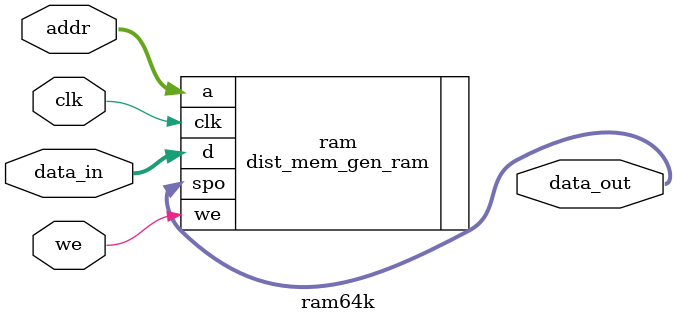
<source format=v>
`timescale 1ns / 1ps


/*
 *
 */
module ram64k(addr, data_in, clk, we, data_out);
input[15:0] addr;       // 输入地址
input[31:0] data_in;    // 输入数据
input clk;              // 时钟
input we;               // 使能
output[31:0] data_out;  // 数据输出

dist_mem_gen_ram ram(
                     .a(addr),
                     .d(data_in),
                     .clk(clk),
                     .we(we),
                     .spo(data_out)
                 );
endmodule

</source>
